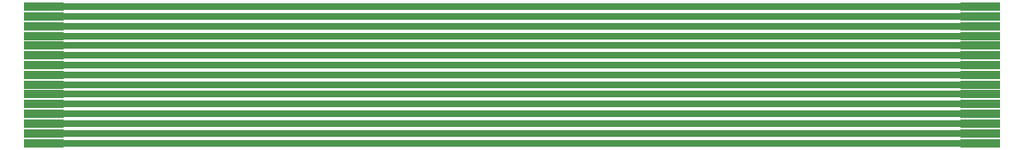
<source format=gbr>
%TF.GenerationSoftware,KiCad,Pcbnew,8.0.1*%
%TF.CreationDate,2024-07-25T11:53:29+09:00*%
%TF.ProjectId,FPC-MD-Main-20240719,4650432d-4d44-42d4-9d61-696e2d323032,rev?*%
%TF.SameCoordinates,Original*%
%TF.FileFunction,Copper,L1,Top*%
%TF.FilePolarity,Positive*%
%FSLAX46Y46*%
G04 Gerber Fmt 4.6, Leading zero omitted, Abs format (unit mm)*
G04 Created by KiCad (PCBNEW 8.0.1) date 2024-07-25 11:53:29*
%MOMM*%
%LPD*%
G01*
G04 APERTURE LIST*
G04 Aperture macros list*
%AMRoundRect*
0 Rectangle with rounded corners*
0 $1 Rounding radius*
0 $2 $3 $4 $5 $6 $7 $8 $9 X,Y pos of 4 corners*
0 Add a 4 corners polygon primitive as box body*
4,1,4,$2,$3,$4,$5,$6,$7,$8,$9,$2,$3,0*
0 Add four circle primitives for the rounded corners*
1,1,$1+$1,$2,$3*
1,1,$1+$1,$4,$5*
1,1,$1+$1,$6,$7*
1,1,$1+$1,$8,$9*
0 Add four rect primitives between the rounded corners*
20,1,$1+$1,$2,$3,$4,$5,0*
20,1,$1+$1,$4,$5,$6,$7,0*
20,1,$1+$1,$6,$7,$8,$9,0*
20,1,$1+$1,$8,$9,$2,$3,0*%
G04 Aperture macros list end*
%TA.AperFunction,SMDPad,CuDef*%
%ADD10RoundRect,0.000000X-2.000000X0.350000X-2.000000X-0.350000X2.000000X-0.350000X2.000000X0.350000X0*%
%TD*%
%TA.AperFunction,Conductor*%
%ADD11C,0.700000*%
%TD*%
G04 APERTURE END LIST*
D10*
%TO.P,J2,1,Pin_1*%
%TO.N,Net-(J1-Pin_1)*%
X2000000Y7000000D03*
%TO.P,J2,2,Pin_2*%
%TO.N,Net-(J1-Pin_2)*%
X2000000Y6000000D03*
%TO.P,J2,3,Pin_3*%
%TO.N,Net-(J1-Pin_3)*%
X2000000Y5000000D03*
%TO.P,J2,4,Pin_4*%
%TO.N,Net-(J1-Pin_4)*%
X2000000Y4000000D03*
%TO.P,J2,5,Pin_5*%
%TO.N,Net-(J1-Pin_5)*%
X2000000Y3000000D03*
%TO.P,J2,6,Pin_6*%
%TO.N,Net-(J1-Pin_6)*%
X2000000Y2000000D03*
%TO.P,J2,7,Pin_7*%
%TO.N,Net-(J1-Pin_7)*%
X2000000Y1000000D03*
%TO.P,J2,8,Pin_8*%
%TO.N,Net-(J1-Pin_8)*%
X2000000Y0D03*
%TO.P,J2,9,Pin_9*%
%TO.N,Net-(J1-Pin_9)*%
X2000000Y-1000000D03*
%TO.P,J2,10,Pin_10*%
%TO.N,Net-(J1-Pin_10)*%
X2000000Y-2000000D03*
%TO.P,J2,11,Pin_11*%
%TO.N,Net-(J1-Pin_11)*%
X2000000Y-3000000D03*
%TO.P,J2,12,Pin_12*%
%TO.N,Net-(J1-Pin_12)*%
X2000000Y-4000000D03*
%TO.P,J2,13,Pin_13*%
%TO.N,Net-(J1-Pin_13)*%
X2000000Y-5000000D03*
%TO.P,J2,14,Pin_14*%
%TO.N,Net-(J1-Pin_14)*%
X2000000Y-6000000D03*
%TO.P,J2,15,Pin_15*%
%TO.N,Net-(J1-Pin_15)*%
X2000000Y-7000000D03*
%TD*%
%TO.P,J1,1,Pin_1*%
%TO.N,Net-(J1-Pin_1)*%
X98000000Y7000000D03*
%TO.P,J1,2,Pin_2*%
%TO.N,Net-(J1-Pin_2)*%
X98000000Y6000000D03*
%TO.P,J1,3,Pin_3*%
%TO.N,Net-(J1-Pin_3)*%
X98000000Y5000000D03*
%TO.P,J1,4,Pin_4*%
%TO.N,Net-(J1-Pin_4)*%
X98000000Y4000000D03*
%TO.P,J1,5,Pin_5*%
%TO.N,Net-(J1-Pin_5)*%
X98000000Y3000000D03*
%TO.P,J1,6,Pin_6*%
%TO.N,Net-(J1-Pin_6)*%
X98000000Y2000000D03*
%TO.P,J1,7,Pin_7*%
%TO.N,Net-(J1-Pin_7)*%
X98000000Y1000000D03*
%TO.P,J1,8,Pin_8*%
%TO.N,Net-(J1-Pin_8)*%
X98000000Y0D03*
%TO.P,J1,9,Pin_9*%
%TO.N,Net-(J1-Pin_9)*%
X98000000Y-1000000D03*
%TO.P,J1,10,Pin_10*%
%TO.N,Net-(J1-Pin_10)*%
X98000000Y-2000000D03*
%TO.P,J1,11,Pin_11*%
%TO.N,Net-(J1-Pin_11)*%
X98000000Y-3000000D03*
%TO.P,J1,12,Pin_12*%
%TO.N,Net-(J1-Pin_12)*%
X98000000Y-4000000D03*
%TO.P,J1,13,Pin_13*%
%TO.N,Net-(J1-Pin_13)*%
X98000000Y-5000000D03*
%TO.P,J1,14,Pin_14*%
%TO.N,Net-(J1-Pin_14)*%
X98000000Y-6000000D03*
%TO.P,J1,15,Pin_15*%
%TO.N,Net-(J1-Pin_15)*%
X98000000Y-7000000D03*
%TD*%
D11*
%TO.N,Net-(J1-Pin_6)*%
X2000000Y2000000D02*
X98000000Y2000000D01*
%TO.N,Net-(J1-Pin_11)*%
X98000000Y-3000000D02*
X2000000Y-3000000D01*
%TO.N,Net-(J1-Pin_1)*%
X2000000Y7000000D02*
X98000000Y7000000D01*
%TO.N,Net-(J1-Pin_7)*%
X98000000Y1000000D02*
X2000000Y1000000D01*
%TO.N,Net-(J1-Pin_13)*%
X2000000Y-5000000D02*
X98000000Y-5000000D01*
%TO.N,Net-(J1-Pin_12)*%
X2000000Y-4000000D02*
X98000000Y-4000000D01*
%TO.N,Net-(J1-Pin_14)*%
X98000000Y-6000000D02*
X2000000Y-6000000D01*
%TO.N,Net-(J1-Pin_5)*%
X2000000Y3000000D02*
X98000000Y3000000D01*
%TO.N,Net-(J1-Pin_3)*%
X2000000Y5000000D02*
X98000000Y5000000D01*
%TO.N,Net-(J1-Pin_10)*%
X98000000Y-2000000D02*
X2000000Y-2000000D01*
%TO.N,Net-(J1-Pin_8)*%
X98000000Y0D02*
X2000000Y0D01*
%TO.N,Net-(J1-Pin_4)*%
X98000000Y4000000D02*
X2000000Y4000000D01*
%TO.N,Net-(J1-Pin_15)*%
X2000000Y-7000000D02*
X98000000Y-7000000D01*
%TO.N,Net-(J1-Pin_9)*%
X2000000Y-1000000D02*
X98000000Y-1000000D01*
%TO.N,Net-(J1-Pin_2)*%
X98000000Y6000000D02*
X2000000Y6000000D01*
%TD*%
M02*

</source>
